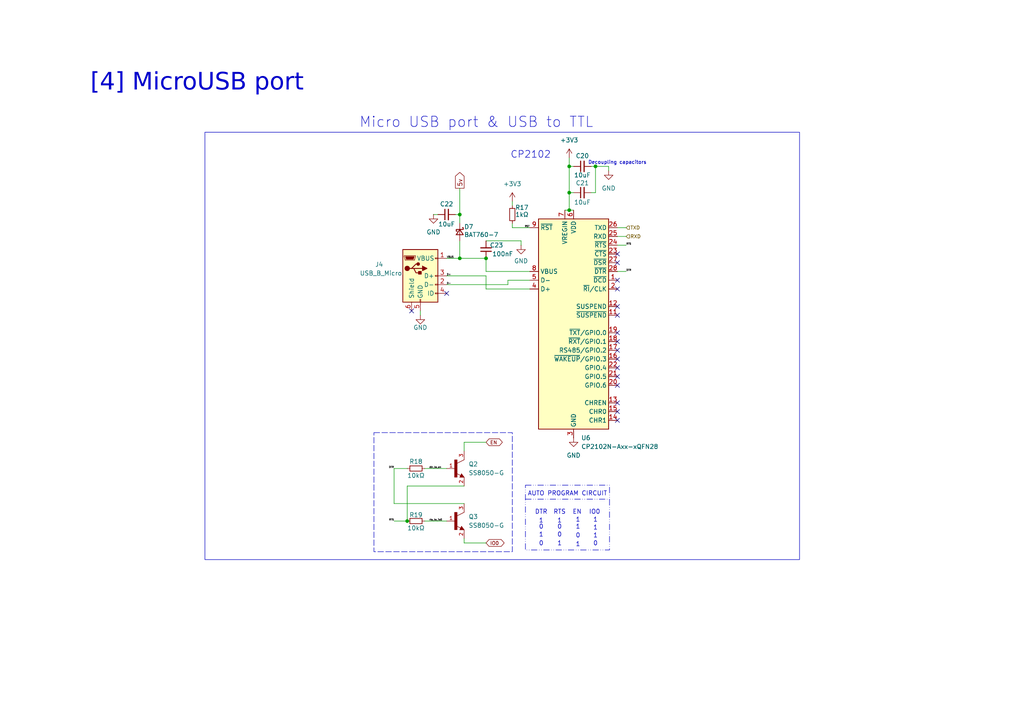
<source format=kicad_sch>
(kicad_sch (version 20231120) (generator "eeschema") (generator_version "8.0")
  (paper "A4")
  (title_block (title "Dongle eaLIVE for telemetry") (date "2024-09-19") (rev "2.0") (company "LIVE") (comment 1 "Size A4") (comment 2 "Drawn by: João Gabriel") (comment 3 "Sheet 5 of 5"))
  (lib_symbols
    (symbol "Connector:USB_B_Micro" (pin_names (offset 1.016))
      (property "Reference" "J" (at -5.08 11.43 0))
      (property "Value" "USB_B_Micro" (at -5.08 8.89 0))
      (symbol "USB_B_Micro_0_1"
        (rectangle (start -5.08 -7.62) (end 5.08 7.62) (stroke (width 0.254)) (fill (type background)))
        (circle (center -3.81 2.159) (radius 0.635) (stroke (width 0.254)) (fill (type outline)))
        (circle (center -0.635 3.429) (radius 0.381) (stroke (width 0.254)) (fill (type outline)))
        (rectangle (start -0.127 -7.62) (end 0.127 -6.858))
        (polyline (pts (xy -1.905 2.159) (xy 0.635 2.159)) (stroke (width 0.254)))
        (polyline (pts (xy -3.175 2.159) (xy -2.54 2.159) (xy -1.27 3.429) (xy -0.635 3.429)) (stroke (width 0.254)))
        (polyline (pts (xy -2.54 2.159) (xy -1.905 2.159) (xy -1.27 0.889) (xy 0 0.889)) (stroke (width 0.254)))
        (polyline (pts (xy 0.635 2.794) (xy 0.635 1.524) (xy 1.905 2.159) (xy 0.635 2.794)) (stroke (width 0.254)) (fill (type outline)))
        (polyline (pts (xy -4.318 5.588) (xy -1.778 5.588) (xy -2.032 4.826) (xy -4.064 4.826) (xy -4.318 5.588)) (fill (type outline)))
        (polyline (pts (xy -4.699 5.842) (xy -4.699 5.588) (xy -4.445 4.826) (xy -4.445 4.572) (xy -1.651 4.572) (xy -1.651 4.826) (xy -1.397 5.588) (xy -1.397 5.842) (xy -4.699 5.842)))
        (rectangle (start 0.254 1.27) (end -0.508 0.508) (stroke (width 0.254)) (fill (type outline)))
        (rectangle (start 5.08 -5.207) (end 4.318 -4.953))
        (rectangle (start 5.08 -2.667) (end 4.318 -2.413))
        (rectangle (start 5.08 -0.127) (end 4.318 0.127))
        (rectangle (start 5.08 4.953) (end 4.318 5.207))
      )
      (symbol "USB_B_Micro_1_1"
        (pin power_out line (at 7.62 5.08 180) (length 2.54) (name "VBUS") (number "1"))
        (pin bidirectional line (at 7.62 -2.54 180) (length 2.54) (name "D-") (number "2"))
        (pin bidirectional line (at 7.62 0 180) (length 2.54) (name "D+") (number "3"))
        (pin passive line (at 7.62 -5.08 180) (length 2.54) (name "ID") (number "4"))
        (pin power_out line (at 0 -10.16 90) (length 2.54) (name "GND") (number "5"))
        (pin passive line (at -2.54 -10.16 90) (length 2.54) (name "Shield") (number "6"))
      )
    )
    (symbol "Device:C_Small" (pin_numbers hide) (pin_names (offset 0.254) hide)
      (property "Reference" "C" (at 0.254 1.778 0))
      (property "Value" "C_Small" (at 0.254 -2.032 0))
      (symbol "C_Small_0_1"
        (polyline (pts (xy -1.524 -0.508) (xy 1.524 -0.508)) (stroke (width 0.3302)))
        (polyline (pts (xy -1.524 0.508) (xy 1.524 0.508)) (stroke (width 0.3048)))
      )
      (symbol "C_Small_1_1"
        (pin passive line (at 0 2.54 270) (length 2.032) (name "~") (number "1"))
        (pin passive line (at 0 -2.54 90) (length 2.032) (name "~") (number "2"))
      )
    )
    (symbol "Device:D_Schottky_Small" (pin_numbers hide) (pin_names (offset 0.254) hide)
      (property "Reference" "D" (at -1.27 2.032 0))
      (property "Value" "D_Schottky_Small" (at -7.112 -2.032 0))
      (symbol "D_Schottky_Small_0_1"
        (polyline (pts (xy -0.762 0) (xy 0.762 0)))
        (polyline (pts (xy 0.762 -1.016) (xy -0.762 0) (xy 0.762 1.016) (xy 0.762 -1.016)) (stroke (width 0.254)))
        (polyline (pts (xy -1.27 0.762) (xy -1.27 1.016) (xy -0.762 1.016) (xy -0.762 -1.016) (xy -0.254 -1.016) (xy -0.254 -0.762)) (stroke (width 0.254)))
      )
      (symbol "D_Schottky_Small_1_1"
        (pin passive line (at -2.54 0 0) (length 1.778) (name "K") (number "1"))
        (pin passive line (at 2.54 0 180) (length 1.778) (name "A") (number "2"))
      )
    )
    (symbol "Device:R_Small" (pin_numbers hide) (pin_names (offset 0.254) hide)
      (property "Reference" "R" (at 0.762 0.508 0))
      (property "Value" "R_Small" (at 0.762 -1.016 0))
      (symbol "R_Small_0_1"
        (rectangle (start -0.762 1.778) (end 0.762 -1.778) (stroke (width 0.2032)))
      )
      (symbol "R_Small_1_1"
        (pin passive line (at 0 2.54 270) (length 0.762) (name "~") (number "1"))
        (pin passive line (at 0 -2.54 90) (length 0.762) (name "~") (number "2"))
      )
    )
    (symbol "DongleALIVE:SS8050-G" (pin_names (offset 1.016))
      (property "Reference" "Q" (at -10.16 7.62 0))
      (property "Value" "SS8050-G" (at -10.16 -7.62 0))
      (symbol "SS8050-G_0_0"
        (rectangle (start -0.254 -2.54) (end 0.508 2.54) (stroke (width 0.1)) (fill (type outline)))
        (polyline (pts (xy 1.27 -2.54) (xy 1.778 -1.524)) (stroke (width 0.1524)))
        (polyline (pts (xy 1.524 -2.413) (xy 2.286 -2.413)) (stroke (width 0.254)))
        (polyline (pts (xy 1.524 -2.286) (xy 1.905 -2.286)) (stroke (width 0.254)))
        (polyline (pts (xy 1.54 -2.04) (xy 0.308 -1.424)) (stroke (width 0.1524)))
        (polyline (pts (xy 1.778 -1.778) (xy 1.524 -2.286)) (stroke (width 0.254)))
        (polyline (pts (xy 1.778 -1.524) (xy 2.54 -2.54)) (stroke (width 0.1524)))
        (polyline (pts (xy 1.905 -2.286) (xy 1.778 -2.032)) (stroke (width 0.254)))
        (polyline (pts (xy 2.286 -2.413) (xy 1.778 -1.778)) (stroke (width 0.254)))
        (polyline (pts (xy 2.54 -2.54) (xy 1.27 -2.54)) (stroke (width 0.1524)))
        (polyline (pts (xy 2.54 2.54) (xy 0.508 1.524)) (stroke (width 0.1524)))
        (pin passive line (at -2.54 0 0) (length 2.54) (name "~") (number "1"))
        (pin passive line (at 2.54 -5.08 90) (length 2.54) (name "~") (number "2"))
        (pin passive line (at 2.54 5.08 270) (length 2.54) (name "~") (number "3"))
      )
    )
    (symbol "Interface_USB:CP2102N-Axx-xQFN28"
      (property "Reference" "U" (at -8.89 31.75 0))
      (property "Value" "CP2102N-Axx-xQFN28" (at 12.7 31.75 0))
      (symbol "CP2102N-Axx-xQFN28_0_1"
        (rectangle (start -10.16 30.48) (end 10.16 -30.48) (stroke (width 0.254)) (fill (type background)))
      )
      (symbol "CP2102N-Axx-xQFN28_1_1"
        (pin input line (at 12.7 12.7 180) (length 2.54) (name "~{DCD}") (number "1"))
        (pin no_connect line (at -10.16 -27.94 0) (length 2.54) hide (name "NC") (number "10"))
        (pin output line (at 12.7 2.54 180) (length 2.54) (name "~{SUSPEND}") (number "11"))
        (pin output line (at 12.7 5.08 180) (length 2.54) (name "SUSPEND") (number "12"))
        (pin output line (at 12.7 -22.86 180) (length 2.54) (name "CHREN") (number "13"))
        (pin output line (at 12.7 -27.94 180) (length 2.54) (name "CHR1") (number "14"))
        (pin output line (at 12.7 -25.4 180) (length 2.54) (name "CHR0") (number "15"))
        (pin bidirectional line (at 12.7 -10.16 180) (length 2.54) (name "~{WAKEUP}/GPIO.3") (number "16"))
        (pin bidirectional line (at 12.7 -7.62 180) (length 2.54) (name "RS485/GPIO.2") (number "17"))
        (pin bidirectional line (at 12.7 -5.08 180) (length 2.54) (name "~{RXT}/GPIO.1") (number "18"))
        (pin bidirectional line (at 12.7 -2.54 180) (length 2.54) (name "~{TXT}/GPIO.0") (number "19"))
        (pin bidirectional line (at 12.7 10.16 180) (length 2.54) (name "~{RI}/CLK") (number "2"))
        (pin bidirectional line (at 12.7 -17.78 180) (length 2.54) (name "GPIO.6") (number "20"))
        (pin bidirectional line (at 12.7 -15.24 180) (length 2.54) (name "GPIO.5") (number "21"))
        (pin bidirectional line (at 12.7 -12.7 180) (length 2.54) (name "GPIO.4") (number "22"))
        (pin input line (at 12.7 20.32 180) (length 2.54) (name "~{CTS}") (number "23"))
        (pin output line (at 12.7 22.86 180) (length 2.54) (name "~{RTS}") (number "24"))
        (pin input line (at 12.7 25.4 180) (length 2.54) (name "RXD") (number "25"))
        (pin output line (at 12.7 27.94 180) (length 2.54) (name "TXD") (number "26"))
        (pin input line (at 12.7 17.78 180) (length 2.54) (name "~{DSR}") (number "27"))
        (pin output line (at 12.7 15.24 180) (length 2.54) (name "~{DTR}") (number "28"))
        (pin passive line (at 0 -33.02 90) (length 2.54) hide (name "GND") (number "29"))
        (pin power_in line (at 0 -33.02 90) (length 2.54) (name "GND") (number "3"))
        (pin bidirectional line (at -12.7 10.16 0) (length 2.54) (name "D+") (number "4"))
        (pin bidirectional line (at -12.7 12.7 0) (length 2.54) (name "D-") (number "5"))
        (pin power_in line (at 0 33.02 270) (length 2.54) (name "VDD") (number "6"))
        (pin power_in line (at -2.54 33.02 270) (length 2.54) (name "VREGIN") (number "7"))
        (pin input line (at -12.7 15.24 0) (length 2.54) (name "VBUS") (number "8"))
        (pin input line (at -12.7 27.94 0) (length 2.54) (name "~{RST}") (number "9"))
      )
    )
    (symbol "power:+3V3" (power) (pin_numbers hide) (pin_names (offset 0) hide)
      (property "Value" "+3V3" (at 0 3.556 0))
      (symbol "+3V3_0_1"
        (polyline (pts (xy -0.762 1.27) (xy 0 2.54)))
        (polyline (pts (xy 0 0) (xy 0 2.54)))
        (polyline (pts (xy 0 2.54) (xy 0.762 1.27)))
      )
      (symbol "+3V3_1_1"
        (pin power_in line (at 0 0 90) (length 0) (name "~") (number "1"))
      )
    )
    (symbol "power:GND" (power) (pin_numbers hide) (pin_names (offset 0) hide)
      (property "Value" "GND" (at 0 -3.81 0))
      (symbol "GND_0_1"
        (polyline (pts (xy 0 0) (xy 0 -1.27) (xy 1.27 -1.27) (xy 0 -2.54) (xy -1.27 -1.27) (xy 0 -1.27)))
      )
      (symbol "GND_1_1"
        (pin power_in line (at 0 0 270) (length 0) (name "~") (number "1"))
      )
    )
  )
  (junction (at 165.1 60.96))
  (junction (at 140.97 74.93))
  (junction (at 133.35 62.23))
  (junction (at 172.72 48.26))
  (junction (at 133.35 74.93))
  (junction (at 165.1 55.88))
  (junction (at 118.11 151.13))
  (junction (at 165.1 48.26))
  (no_connect (at 179.07 99.06))
  (no_connect (at 179.07 119.38))
  (no_connect (at 119.38 90.17))
  (no_connect (at 179.07 81.28))
  (no_connect (at 179.07 101.6))
  (no_connect (at 179.07 88.9))
  (no_connect (at 179.07 109.22))
  (no_connect (at 179.07 116.84))
  (no_connect (at 129.54 85.09))
  (no_connect (at 179.07 73.66))
  (no_connect (at 179.07 83.82))
  (no_connect (at 179.07 91.44))
  (no_connect (at 179.07 121.92))
  (no_connect (at 179.07 104.14))
  (no_connect (at 179.07 111.76))
  (no_connect (at 179.07 106.68))
  (no_connect (at 179.07 76.2))
  (no_connect (at 179.07 96.52))
  (wire (pts (xy 123.19 135.89) (xy 129.54 135.89)))
  (wire (pts (xy 148.59 58.42) (xy 148.59 59.69)))
  (wire (pts (xy 148.59 66.04) (xy 153.67 66.04)))
  (wire (pts (xy 133.35 74.93) (xy 140.97 74.93)))
  (wire (pts (xy 134.62 130.81) (xy 134.62 128.27)))
  (wire (pts (xy 123.19 151.13) (xy 129.54 151.13)))
  (wire (pts (xy 129.54 82.55) (xy 147.32 82.55)))
  (wire (pts (xy 172.72 48.26) (xy 171.45 48.26)))
  (wire (pts (xy 134.62 156.21) (xy 134.62 157.48)))
  (wire (pts (xy 121.92 91.44) (xy 121.92 90.17)))
  (wire (pts (xy 134.62 128.27) (xy 140.97 128.27)))
  (wire (pts (xy 176.53 48.26) (xy 172.72 48.26)))
  (wire (pts (xy 165.1 48.26) (xy 166.37 48.26)))
  (wire (pts (xy 118.11 151.13) (xy 118.11 140.97)))
  (wire (pts (xy 172.72 55.88) (xy 171.45 55.88)))
  (wire (pts (xy 125.73 62.23) (xy 127 62.23)))
  (wire (pts (xy 147.32 81.28) (xy 153.67 81.28)))
  (wire (pts (xy 140.97 69.85) (xy 151.13 69.85)))
  (wire (pts (xy 140.97 83.82) (xy 140.97 80.01)))
  (wire (pts (xy 147.32 82.55) (xy 147.32 81.28)))
  (wire (pts (xy 151.13 69.85) (xy 151.13 71.12)))
  (wire (pts (xy 165.1 55.88) (xy 166.37 55.88)))
  (wire (pts (xy 114.3 135.89) (xy 114.3 146.05)))
  (wire (pts (xy 129.54 74.93) (xy 133.35 74.93)))
  (wire (pts (xy 165.1 45.72) (xy 165.1 48.26)))
  (wire (pts (xy 114.3 135.89) (xy 118.11 135.89)))
  (wire (pts (xy 165.1 60.96) (xy 166.37 60.96)))
  (polyline (pts (xy 152.4 144.78) (xy 176.784 144.78)) (stroke (width 0) (type dash_dot_dot)))
  (wire (pts (xy 176.53 48.26) (xy 176.53 49.53)))
  (wire (pts (xy 129.54 80.01) (xy 140.97 80.01)))
  (wire (pts (xy 181.61 71.12) (xy 179.07 71.12)))
  (wire (pts (xy 181.61 66.04) (xy 179.07 66.04)))
  (wire (pts (xy 133.35 74.93) (xy 133.35 69.85)))
  (wire (pts (xy 114.3 151.13) (xy 118.11 151.13)))
  (wire (pts (xy 181.61 78.74) (xy 179.07 78.74)))
  (wire (pts (xy 114.3 146.05) (xy 134.62 146.05)))
  (wire (pts (xy 118.11 140.97) (xy 134.62 140.97)))
  (wire (pts (xy 140.97 78.74) (xy 153.67 78.74)))
  (wire (pts (xy 140.97 74.93) (xy 140.97 78.74)))
  (wire (pts (xy 148.59 64.77) (xy 148.59 66.04)))
  (wire (pts (xy 133.35 62.23) (xy 133.35 64.77)))
  (wire (pts (xy 132.08 62.23) (xy 133.35 62.23)))
  (wire (pts (xy 165.1 60.96) (xy 165.1 55.88)))
  (wire (pts (xy 181.61 68.58) (xy 179.07 68.58)))
  (wire (pts (xy 133.35 54.61) (xy 133.35 62.23)))
  (wire (pts (xy 165.1 55.88) (xy 165.1 48.26)))
  (wire (pts (xy 134.62 157.48) (xy 140.97 157.48)))
  (wire (pts (xy 140.97 83.82) (xy 153.67 83.82)))
  (wire (pts (xy 172.72 48.26) (xy 172.72 55.88)))
  (wire (pts (xy 163.83 60.96) (xy 165.1 60.96)))
  (rectangle (start 152.4 140.716) (end 176.784 159.512) (stroke (width 0) (type dash_dot_dot)))
  (rectangle (start 59.436 38.354) (end 231.902 162.306))
  (rectangle (start 108.458 125.476) (end 148.59 160.02) (stroke (width 0) (type dash)))
  (text "1" (at 172.72 155.448 0) (effects (font (size 1.27 1.27))))
  (text "0" (at 162.306 152.908 0) (effects (font (size 1.27 1.27))))
  (text "IO0\n" (at 172.466 148.59 0) (effects (font (size 1.27 1.27))))
  (text "0" (at 156.972 157.734 0) (effects (font (size 1.27 1.27))))
  (text "RTS" (at 162.306 148.59 0) (effects (font (size 1.27 1.27))))
  (text "Decoupling capacitors" (at 179.07 47.244 0) (effects (font (size 1 1))))
  (text "DTR" (at 156.972 148.59 0) (effects (font (size 1.27 1.27))))
  (text "0" (at 156.972 152.908 0) (effects (font (size 1.27 1.27))))
  (text "1" (at 167.64 152.908 0) (effects (font (size 1.27 1.27))))
  (text "EN" (at 167.386 148.59 0) (effects (font (size 1.27 1.27))))
  (text "1" (at 156.972 155.194 0) (effects (font (size 1.27 1.27))))
  (text "1" (at 156.972 151.13 0) (effects (font (size 1.27 1.27))))
  (text "1" (at 167.64 157.988 0) (effects (font (size 1.27 1.27))))
  (text "AUTO PROGRAM CIRCUIT" (at 164.592 143.256 0) (effects (font (size 1.27 1.27))))
  (text "[4] MicroUSB port" (at 57.15 25.4 0) (effects (font (size 5 5))))
  (text "CP2102" (at 153.924 44.958 0) (effects (font (size 2 2))))
  (text "1" (at 172.72 153.162 0) (effects (font (size 1.27 1.27))))
  (text "1" (at 162.306 151.13 0) (effects (font (size 1.27 1.27))))
  (text "1" (at 167.64 150.876 0) (effects (font (size 1.27 1.27))))
  (text "0" (at 162.306 155.194 0) (effects (font (size 1.27 1.27))))
  (text "1" (at 172.72 150.876 0) (effects (font (size 1.27 1.27))))
  (text "1" (at 162.306 157.734 0) (effects (font (size 1.27 1.27))))
  (text "0" (at 167.64 155.448 0) (effects (font (size 1.27 1.27))))
  (text "Micro USB port & USB to TTL" (at 138.176 35.56 0) (effects (font (size 3 3))))
  (text "0" (at 172.72 157.734 0) (effects (font (size 1.27 1.27))))
  (label "rts_to_io0" (at 124.46 151.13 0) (effects (font (size 0.5 0.5))))
  (label "VBUS" (at 129.54 74.93 0) (effects (font (size 0.5 0.5))))
  (label "D+" (at 129.54 80.01 0) (effects (font (size 0.5 0.5))))
  (label "D-" (at 129.54 82.55 0) (effects (font (size 0.5 0.5))))
  (label "dtr_to_en" (at 124.46 135.89 0) (effects (font (size 0.5 0.5))))
  (label "DTR" (at 181.61 78.74 0) (effects (font (size 0.5 0.5))))
  (label "RST" (at 153.67 66.04 180) (effects (font (size 0.5 0.5))))
  (label "RTS" (at 181.61 71.12 0) (effects (font (size 0.5 0.5))))
  (label "RTS" (at 114.3 151.13 180) (effects (font (size 0.5 0.5))))
  (label "DTR" (at 114.3 135.89 180) (effects (font (size 0.5 0.5))))
  (global_label "5v" (shape output) (at 133.35 54.61 90) (property "Intersheetrefs" "${INTERSHEET_REFS}" (effects (hide yes))))
  (global_label "EN" (shape bidirectional) (at 140.97 128.27 0) (effects (font (size 1 1))) (property "Intersheetrefs" "${INTERSHEET_REFS}" (effects (hide yes))))
  (global_label "IO0" (shape bidirectional) (at 140.97 157.48 0) (effects (font (size 1 1))) (property "Intersheetrefs" "${INTERSHEET_REFS}" (effects (hide yes))))
  (hierarchical_label "TXD" (shape input) (at 181.61 66.04 0) (effects (font (size 1 1))))
  (hierarchical_label "RXD" (shape input) (at 181.61 68.58 0) (effects (font (size 1 1))))
  (symbol (lib_id "Device:D_Schottky_Small") (at 133.35 67.31 270) (unit 1)
    (property "Reference" "D7" (at 134.62 65.786 90) (effects (justify left)))
    (property "Value" "BAT760-7" (at 134.62 68.072 90) (effects (justify left)))
    (property "Footprint" "DongleALIVE:BAT760-7" (effects (hide yes)))
    (property "Description" "Schottky diode, small symbol" (effects (hide yes)))
    (property "LCSC" "C124187" (effects (hide yes)))
  )
  (symbol (lib_id "power:GND") (at 121.92 91.44 0) (unit 1)
    (property "Reference" "#PWR034" (effects (hide yes)))
    (property "Value" "GND" (at 121.92 94.996 0))
    (property "Description" "Power symbol creates a global label with name \"GND\" , ground" (effects (hide yes)))
  )
  (symbol (lib_id "DongleALIVE:SS8050-G") (at 132.08 135.89 0) (unit 1)
    (property "Reference" "Q2" (at 135.89 134.6199 0) (effects (justify left)))
    (property "Value" "SS8050-G" (at 135.89 137.1599 0) (effects (justify left)))
    (property "Footprint" "DongleALIVE:TRANS_SS8050-G" (effects (hide yes)))
    (property "MF" "Comchip Technology" (effects (hide yes)))
    (property "MAXIMUM_PACKAGE_HEIGHT" "1.05 mm" (effects (hide yes)))
    (property "Package" "TO-236 Comchip" (effects (hide yes)))
    (property "Price" "None" (effects (hide yes)))
    (property "Check_prices" "https://www.snapeda.com/parts/SS8050-G/Comchip+Technology/view-part/?ref=eda" (effects (hide yes)))
    (property "STANDARD" "Manufacturer Recommendations" (effects (hide yes)))
    (property "PARTREV" "A" (effects (hide yes)))
    (property "SnapEDA_Link" "https://www.snapeda.com/parts/SS8050-G/Comchip+Technology/view-part/?ref=snap" (effects (hide yes)))
    (property "MP" "SS8050-G" (effects (hide yes)))
    (property "Purchase-URL" "https://www.snapeda.com/api/url_track_click_mouser/?unipart_id=809142&manufacturer=Comchip Technology&part_name=SS8050-G&search_term=None" (effects (hide yes)))
    (property "Description_1" "\nBipolar (BJT) Transistor NPN 25 V 1.5 A 100MHz 300 mW Surface Mount SOT-23-3\n" (effects (hide yes)))
    (property "Availability" "In Stock" (effects (hide yes)))
    (property "MANUFACTURER" "Comchip" (effects (hide yes)))
    (property "LCSC" "C164885" (effects (hide yes)))
  )
  (symbol (lib_id "power:+3V3") (at 165.1 45.72 0) (unit 1)
    (property "Reference" "#PWR029" (effects (hide yes)))
    (property "Value" "+3V3" (at 165.1 40.64 0))
    (property "Description" "Power symbol creates a global label with name \"+3V3\"" (effects (hide yes)))
  )
  (symbol (lib_id "power:GND") (at 176.53 49.53 0) (unit 1)
    (property "Reference" "#PWR030" (effects (hide yes)))
    (property "Value" "GND" (at 176.53 54.61 0))
    (property "Description" "Power symbol creates a global label with name \"GND\" , ground" (effects (hide yes)))
  )
  (symbol (lib_id "power:GND") (at 151.13 71.12 0) (unit 1)
    (property "Reference" "#PWR033" (effects (hide yes)))
    (property "Value" "GND" (at 151.13 75.692 0))
    (property "Description" "Power symbol creates a global label with name \"GND\" , ground" (effects (hide yes)))
  )
  (symbol (lib_id "Interface_USB:CP2102N-Axx-xQFN28") (at 166.37 93.98 0) (unit 1)
    (property "Reference" "U6" (at 168.5641 127 0) (effects (justify left)))
    (property "Value" "CP2102N-Axx-xQFN28" (at 168.5641 129.54 0) (effects (justify left)))
    (property "Footprint" "Package_DFN_QFN:QFN-28-1EP_5x5mm_P0.5mm_EP3.35x3.35mm" (effects (hide yes)))
    (property "Datasheet" "https://www.silabs.com/documents/public/data-sheets/cp2102n-datasheet.pdf" (effects (hide yes)))
    (property "Description" "USB to UART master bridge, QFN-28" (effects (hide yes)))
    (property "LCSC" "C964632" (effects (hide yes)))
  )
  (symbol (lib_id "Connector:USB_B_Micro") (at 121.92 80.01 0) (unit 1)
    (property "Reference" "J4" (at 109.982 76.708 0))
    (property "Value" "USB_B_Micro" (at 110.49 79.248 0))
    (property "Footprint" "Connector_USB:USB_Micro-B_Molex_47346-0001" (effects (hide yes)))
    (property "Description" "USB Micro Type B connector" (effects (hide yes)))
    (property "LCSC" "C404968" (effects (hide yes)))
  )
  (symbol (lib_id "power:+3V3") (at 148.59 58.42 0) (unit 1)
    (property "Reference" "#PWR031" (effects (hide yes)))
    (property "Value" "+3V3" (at 148.59 53.34 0))
    (property "Description" "Power symbol creates a global label with name \"+3V3\"" (effects (hide yes)))
  )
  (symbol (lib_id "DongleALIVE:SS8050-G") (at 132.08 151.13 0) (unit 1)
    (property "Reference" "Q3" (at 135.89 149.8599 0) (effects (justify left)))
    (property "Value" "SS8050-G" (at 135.89 152.3999 0) (effects (justify left)))
    (property "Footprint" "DongleALIVE:TRANS_SS8050-G" (effects (hide yes)))
    (property "MF" "Comchip Technology" (effects (hide yes)))
    (property "MAXIMUM_PACKAGE_HEIGHT" "1.05 mm" (effects (hide yes)))
    (property "Package" "TO-236 Comchip" (effects (hide yes)))
    (property "Price" "None" (effects (hide yes)))
    (property "Check_prices" "https://www.snapeda.com/parts/SS8050-G/Comchip+Technology/view-part/?ref=eda" (effects (hide yes)))
    (property "STANDARD" "Manufacturer Recommendations" (effects (hide yes)))
    (property "PARTREV" "A" (effects (hide yes)))
    (property "SnapEDA_Link" "https://www.snapeda.com/parts/SS8050-G/Comchip+Technology/view-part/?ref=snap" (effects (hide yes)))
    (property "MP" "SS8050-G" (effects (hide yes)))
    (property "Purchase-URL" "https://www.snapeda.com/api/url_track_click_mouser/?unipart_id=809142&manufacturer=Comchip Technology&part_name=SS8050-G&search_term=None" (effects (hide yes)))
    (property "Description_1" "\nBipolar (BJT) Transistor NPN 25 V 1.5 A 100MHz 300 mW Surface Mount SOT-23-3\n" (effects (hide yes)))
    (property "Availability" "In Stock" (effects (hide yes)))
    (property "MANUFACTURER" "Comchip" (effects (hide yes)))
    (property "LCSC" "C164885" (effects (hide yes)))
  )
  (symbol (lib_id "Device:R_Small") (at 148.59 62.23 180) (unit 1)
    (property "Reference" "R17" (at 151.384 60.198 0))
    (property "Value" "1kΩ" (at 151.384 62.23 0))
    (property "Footprint" "Resistor_SMD:R_0805_2012Metric_Pad1.20x1.40mm_HandSolder" (effects (hide yes)))
    (property "Description" "Resistor, small symbol" (effects (hide yes)))
    (property "LCSC" "C17513" (effects (hide yes)))
  )
  (symbol (lib_id "Device:C_Small") (at 129.54 62.23 90) (unit 1)
    (property "Reference" "C22" (at 129.54 59.182 90))
    (property "Value" "10uF" (at 129.54 65.024 90))
    (property "Footprint" "Capacitor_SMD:C_0805_2012Metric_Pad1.18x1.45mm_HandSolder" (effects (hide yes)))
    (property "Description" "Unpolarized capacitor, small symbol" (effects (hide yes)))
    (property "LCSC" "C15850" (effects (hide yes)))
  )
  (symbol (lib_id "Device:C_Small") (at 168.91 55.88 90) (unit 1)
    (property "Reference" "C21" (at 168.91 53.086 90))
    (property "Value" "10uF" (at 168.91 58.674 90))
    (property "Footprint" "Capacitor_SMD:C_0805_2012Metric_Pad1.18x1.45mm_HandSolder" (effects (hide yes)))
    (property "Description" "Unpolarized capacitor, small symbol" (effects (hide yes)))
    (property "LCSC" "C15850" (effects (hide yes)))
  )
  (symbol (lib_id "Device:C_Small") (at 168.91 48.26 90) (unit 1)
    (property "Reference" "C20" (at 168.91 45.212 90))
    (property "Value" "10uF" (at 168.91 50.8 90))
    (property "Footprint" "Capacitor_SMD:C_0805_2012Metric_Pad1.18x1.45mm_HandSolder" (effects (hide yes)))
    (property "Description" "Unpolarized capacitor, small symbol" (effects (hide yes)))
    (property "LCSC" "C15850" (effects (hide yes)))
  )
  (symbol (lib_id "power:GND") (at 166.37 127 0) (unit 1)
    (property "Reference" "#PWR035" (effects (hide yes)))
    (property "Value" "GND" (at 166.37 132.08 0))
    (property "Description" "Power symbol creates a global label with name \"GND\" , ground" (effects (hide yes)))
  )
  (symbol (lib_id "Device:R_Small") (at 120.65 151.13 270) (unit 1)
    (property "Reference" "R19" (at 120.65 149.352 90))
    (property "Value" "10kΩ" (at 120.65 153.162 90))
    (property "Footprint" "Resistor_SMD:R_0805_2012Metric_Pad1.20x1.40mm_HandSolder" (effects (hide yes)))
    (property "Description" "Resistor, small symbol" (effects (hide yes)))
    (property "LCSC" "C191101" (effects (hide yes)))
  )
  (symbol (lib_id "Device:R_Small") (at 120.65 135.89 270) (unit 1)
    (property "Reference" "R18" (at 120.65 133.858 90))
    (property "Value" "10kΩ" (at 120.65 137.922 90))
    (property "Footprint" "Resistor_SMD:R_0805_2012Metric_Pad1.20x1.40mm_HandSolder" (effects (hide yes)))
    (property "Description" "Resistor, small symbol" (effects (hide yes)))
    (property "LCSC" "C191101" (effects (hide yes)))
  )
  (symbol (lib_id "power:GND") (at 125.73 62.23 0) (unit 1)
    (property "Reference" "#PWR032" (effects (hide yes)))
    (property "Value" "GND" (at 125.73 67.31 0))
    (property "Description" "Power symbol creates a global label with name \"GND\" , ground" (effects (hide yes)))
  )
  (symbol (lib_id "Device:C_Small") (at 140.97 72.39 180) (unit 1)
    (property "Reference" "C23" (at 144.018 71.12 0))
    (property "Value" "100nF" (at 145.796 73.66 0))
    (property "Footprint" "Capacitor_SMD:C_0805_2012Metric_Pad1.18x1.45mm_HandSolder" (effects (hide yes)))
    (property "Description" "Unpolarized capacitor, small symbol" (effects (hide yes)))
    (property "LCSC" "C49678" (effects (hide yes)))
  )
)
</source>
